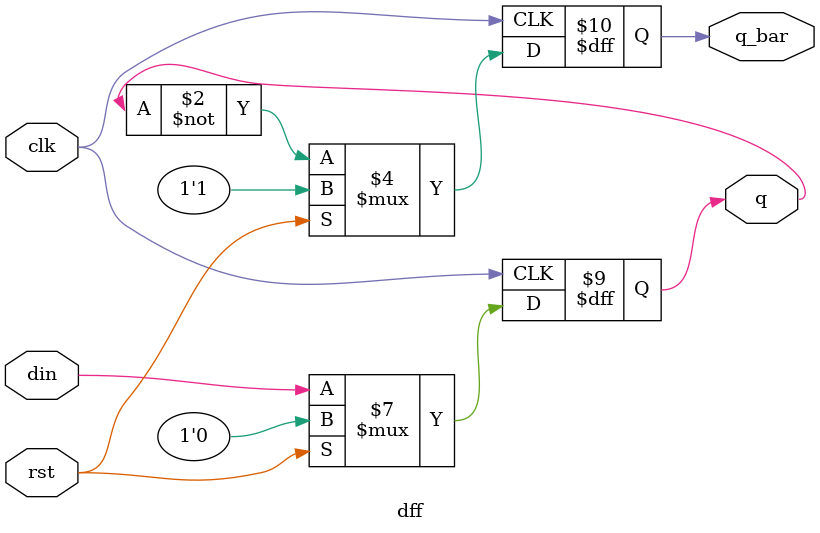
<source format=v>
module dff( output reg q,q_bar, input clk,din,rst);
    always@(negedge clk) begin
        if(rst) begin
            q<=0;
            q_bar<=1;
        end else begin
            q<=din;
            q_bar<=~q;
        end
    end
endmodule
    

</source>
